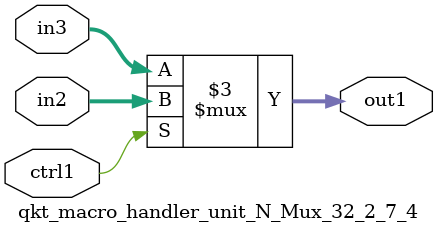
<source format=v>

`timescale 1ps / 1ps


module qkt_macro_handler_unit_N_Mux_32_2_7_4( in3, in2, ctrl1, out1 );

    input [31:0] in3;
    input [31:0] in2;
    input ctrl1;
    output [31:0] out1;
    reg [31:0] out1;

    
    // rtl_process:qkt_macro_handler_unit_N_Mux_32_2_7_4/qkt_macro_handler_unit_N_Mux_32_2_7_4_thread_1
    always @*
      begin : qkt_macro_handler_unit_N_Mux_32_2_7_4_thread_1
        case (ctrl1) 
          1'b1: 
            begin
              out1 = in2;
            end
          default: 
            begin
              out1 = in3;
            end
        endcase
      end

endmodule



</source>
